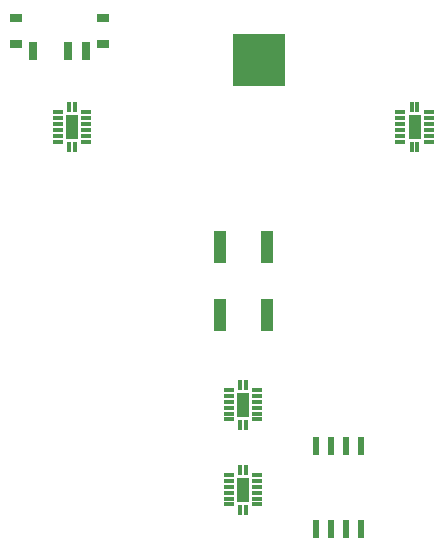
<source format=gbr>
G04 #@! TF.GenerationSoftware,KiCad,Pcbnew,(5.0.0)*
G04 #@! TF.CreationDate,2019-08-28T15:04:53-04:00*
G04 #@! TF.ProjectId,Tiny-er T,54696E792D657220542E6B696361645F,rev?*
G04 #@! TF.SameCoordinates,Original*
G04 #@! TF.FileFunction,Paste,Bot*
G04 #@! TF.FilePolarity,Positive*
%FSLAX46Y46*%
G04 Gerber Fmt 4.6, Leading zero omitted, Abs format (unit mm)*
G04 Created by KiCad (PCBNEW (5.0.0)) date 08/28/19 15:04:53*
%MOMM*%
%LPD*%
G01*
G04 APERTURE LIST*
%ADD10C,0.150000*%
%ADD11C,0.100000*%
%ADD12R,0.600000X1.550000*%
%ADD13R,1.000000X2.750000*%
%ADD14R,4.500000X4.500000*%
%ADD15R,1.000000X2.000000*%
%ADD16R,0.300000X0.850000*%
%ADD17R,0.850000X0.300000*%
%ADD18R,1.000000X0.800000*%
%ADD19R,0.700000X1.500000*%
G04 APERTURE END LIST*
D10*
G04 #@! TO.C,U3*
G36*
X126025000Y-88825000D02*
X126025000Y-88675000D01*
X125375000Y-88675000D01*
X125375000Y-88825000D01*
X126025000Y-88825000D01*
G37*
X126025000Y-88825000D02*
X126025000Y-88675000D01*
X125375000Y-88675000D01*
X125375000Y-88825000D01*
X126025000Y-88825000D01*
G36*
X126025000Y-88325000D02*
X126025000Y-88175000D01*
X125375000Y-88175000D01*
X125375000Y-88325000D01*
X126025000Y-88325000D01*
G37*
X126025000Y-88325000D02*
X126025000Y-88175000D01*
X125375000Y-88175000D01*
X125375000Y-88325000D01*
X126025000Y-88325000D01*
G36*
X126025000Y-87825000D02*
X126025000Y-87675000D01*
X125375000Y-87675000D01*
X125375000Y-87825000D01*
X126025000Y-87825000D01*
G37*
X126025000Y-87825000D02*
X126025000Y-87675000D01*
X125375000Y-87675000D01*
X125375000Y-87825000D01*
X126025000Y-87825000D01*
G36*
X126025000Y-87325000D02*
X126025000Y-87175000D01*
X125375000Y-87175000D01*
X125375000Y-87325000D01*
X126025000Y-87325000D01*
G37*
X126025000Y-87325000D02*
X126025000Y-87175000D01*
X125375000Y-87175000D01*
X125375000Y-87325000D01*
X126025000Y-87325000D01*
G36*
X126025000Y-86825000D02*
X126025000Y-86675000D01*
X125375000Y-86675000D01*
X125375000Y-86825000D01*
X126025000Y-86825000D01*
G37*
X126025000Y-86825000D02*
X126025000Y-86675000D01*
X125375000Y-86675000D01*
X125375000Y-86825000D01*
X126025000Y-86825000D01*
G36*
X126025000Y-86325000D02*
X126025000Y-86175000D01*
X125375000Y-86175000D01*
X125375000Y-86325000D01*
X126025000Y-86325000D01*
G37*
X126025000Y-86325000D02*
X126025000Y-86175000D01*
X125375000Y-86175000D01*
X125375000Y-86325000D01*
X126025000Y-86325000D01*
G36*
X124825000Y-85475000D02*
X124675000Y-85475000D01*
X124675000Y-86125000D01*
X124825000Y-86125000D01*
X124825000Y-85475000D01*
G37*
X124825000Y-85475000D02*
X124675000Y-85475000D01*
X124675000Y-86125000D01*
X124825000Y-86125000D01*
X124825000Y-85475000D01*
G36*
X124325000Y-85475000D02*
X124175000Y-85475000D01*
X124175000Y-86125000D01*
X124325000Y-86125000D01*
X124325000Y-85475000D01*
G37*
X124325000Y-85475000D02*
X124175000Y-85475000D01*
X124175000Y-86125000D01*
X124325000Y-86125000D01*
X124325000Y-85475000D01*
G36*
X123625000Y-86325000D02*
X123625000Y-86175000D01*
X122975000Y-86175000D01*
X122975000Y-86325000D01*
X123625000Y-86325000D01*
G37*
X123625000Y-86325000D02*
X123625000Y-86175000D01*
X122975000Y-86175000D01*
X122975000Y-86325000D01*
X123625000Y-86325000D01*
G36*
X123625000Y-86825000D02*
X123625000Y-86675000D01*
X122975000Y-86675000D01*
X122975000Y-86825000D01*
X123625000Y-86825000D01*
G37*
X123625000Y-86825000D02*
X123625000Y-86675000D01*
X122975000Y-86675000D01*
X122975000Y-86825000D01*
X123625000Y-86825000D01*
G36*
X123625000Y-87325000D02*
X123625000Y-87175000D01*
X122975000Y-87175000D01*
X122975000Y-87325000D01*
X123625000Y-87325000D01*
G37*
X123625000Y-87325000D02*
X123625000Y-87175000D01*
X122975000Y-87175000D01*
X122975000Y-87325000D01*
X123625000Y-87325000D01*
G36*
X123625000Y-87825000D02*
X123625000Y-87675000D01*
X122975000Y-87675000D01*
X122975000Y-87825000D01*
X123625000Y-87825000D01*
G37*
X123625000Y-87825000D02*
X123625000Y-87675000D01*
X122975000Y-87675000D01*
X122975000Y-87825000D01*
X123625000Y-87825000D01*
G36*
X123625000Y-88325000D02*
X123625000Y-88175000D01*
X122975000Y-88175000D01*
X122975000Y-88325000D01*
X123625000Y-88325000D01*
G37*
X123625000Y-88325000D02*
X123625000Y-88175000D01*
X122975000Y-88175000D01*
X122975000Y-88325000D01*
X123625000Y-88325000D01*
G36*
X123625000Y-88825000D02*
X123625000Y-88675000D01*
X122975000Y-88675000D01*
X122975000Y-88825000D01*
X123625000Y-88825000D01*
G37*
X123625000Y-88825000D02*
X123625000Y-88675000D01*
X122975000Y-88675000D01*
X122975000Y-88825000D01*
X123625000Y-88825000D01*
G36*
X124325000Y-88875000D02*
X124175000Y-88875000D01*
X124175000Y-89525000D01*
X124325000Y-89525000D01*
X124325000Y-88875000D01*
G37*
X124325000Y-88875000D02*
X124175000Y-88875000D01*
X124175000Y-89525000D01*
X124325000Y-89525000D01*
X124325000Y-88875000D01*
G36*
X124825000Y-88875000D02*
X124675000Y-88875000D01*
X124675000Y-89525000D01*
X124825000Y-89525000D01*
X124825000Y-88875000D01*
G37*
X124825000Y-88875000D02*
X124675000Y-88875000D01*
X124675000Y-89525000D01*
X124825000Y-89525000D01*
X124825000Y-88875000D01*
D11*
G36*
X124300000Y-86900000D02*
X124300000Y-88100000D01*
X124700000Y-88100000D01*
X124700000Y-86900000D01*
X124300000Y-86900000D01*
G37*
D10*
G04 #@! TO.C,U4*
G36*
X111525000Y-112325000D02*
X111525000Y-112175000D01*
X110875000Y-112175000D01*
X110875000Y-112325000D01*
X111525000Y-112325000D01*
G37*
X111525000Y-112325000D02*
X111525000Y-112175000D01*
X110875000Y-112175000D01*
X110875000Y-112325000D01*
X111525000Y-112325000D01*
G36*
X111525000Y-111825000D02*
X111525000Y-111675000D01*
X110875000Y-111675000D01*
X110875000Y-111825000D01*
X111525000Y-111825000D01*
G37*
X111525000Y-111825000D02*
X111525000Y-111675000D01*
X110875000Y-111675000D01*
X110875000Y-111825000D01*
X111525000Y-111825000D01*
G36*
X111525000Y-111325000D02*
X111525000Y-111175000D01*
X110875000Y-111175000D01*
X110875000Y-111325000D01*
X111525000Y-111325000D01*
G37*
X111525000Y-111325000D02*
X111525000Y-111175000D01*
X110875000Y-111175000D01*
X110875000Y-111325000D01*
X111525000Y-111325000D01*
G36*
X111525000Y-110825000D02*
X111525000Y-110675000D01*
X110875000Y-110675000D01*
X110875000Y-110825000D01*
X111525000Y-110825000D01*
G37*
X111525000Y-110825000D02*
X111525000Y-110675000D01*
X110875000Y-110675000D01*
X110875000Y-110825000D01*
X111525000Y-110825000D01*
G36*
X111525000Y-110325000D02*
X111525000Y-110175000D01*
X110875000Y-110175000D01*
X110875000Y-110325000D01*
X111525000Y-110325000D01*
G37*
X111525000Y-110325000D02*
X111525000Y-110175000D01*
X110875000Y-110175000D01*
X110875000Y-110325000D01*
X111525000Y-110325000D01*
G36*
X111525000Y-109825000D02*
X111525000Y-109675000D01*
X110875000Y-109675000D01*
X110875000Y-109825000D01*
X111525000Y-109825000D01*
G37*
X111525000Y-109825000D02*
X111525000Y-109675000D01*
X110875000Y-109675000D01*
X110875000Y-109825000D01*
X111525000Y-109825000D01*
G36*
X110325000Y-108975000D02*
X110175000Y-108975000D01*
X110175000Y-109625000D01*
X110325000Y-109625000D01*
X110325000Y-108975000D01*
G37*
X110325000Y-108975000D02*
X110175000Y-108975000D01*
X110175000Y-109625000D01*
X110325000Y-109625000D01*
X110325000Y-108975000D01*
G36*
X109825000Y-108975000D02*
X109675000Y-108975000D01*
X109675000Y-109625000D01*
X109825000Y-109625000D01*
X109825000Y-108975000D01*
G37*
X109825000Y-108975000D02*
X109675000Y-108975000D01*
X109675000Y-109625000D01*
X109825000Y-109625000D01*
X109825000Y-108975000D01*
G36*
X109125000Y-109825000D02*
X109125000Y-109675000D01*
X108475000Y-109675000D01*
X108475000Y-109825000D01*
X109125000Y-109825000D01*
G37*
X109125000Y-109825000D02*
X109125000Y-109675000D01*
X108475000Y-109675000D01*
X108475000Y-109825000D01*
X109125000Y-109825000D01*
G36*
X109125000Y-110325000D02*
X109125000Y-110175000D01*
X108475000Y-110175000D01*
X108475000Y-110325000D01*
X109125000Y-110325000D01*
G37*
X109125000Y-110325000D02*
X109125000Y-110175000D01*
X108475000Y-110175000D01*
X108475000Y-110325000D01*
X109125000Y-110325000D01*
G36*
X109125000Y-110825000D02*
X109125000Y-110675000D01*
X108475000Y-110675000D01*
X108475000Y-110825000D01*
X109125000Y-110825000D01*
G37*
X109125000Y-110825000D02*
X109125000Y-110675000D01*
X108475000Y-110675000D01*
X108475000Y-110825000D01*
X109125000Y-110825000D01*
G36*
X109125000Y-111325000D02*
X109125000Y-111175000D01*
X108475000Y-111175000D01*
X108475000Y-111325000D01*
X109125000Y-111325000D01*
G37*
X109125000Y-111325000D02*
X109125000Y-111175000D01*
X108475000Y-111175000D01*
X108475000Y-111325000D01*
X109125000Y-111325000D01*
G36*
X109125000Y-111825000D02*
X109125000Y-111675000D01*
X108475000Y-111675000D01*
X108475000Y-111825000D01*
X109125000Y-111825000D01*
G37*
X109125000Y-111825000D02*
X109125000Y-111675000D01*
X108475000Y-111675000D01*
X108475000Y-111825000D01*
X109125000Y-111825000D01*
G36*
X109125000Y-112325000D02*
X109125000Y-112175000D01*
X108475000Y-112175000D01*
X108475000Y-112325000D01*
X109125000Y-112325000D01*
G37*
X109125000Y-112325000D02*
X109125000Y-112175000D01*
X108475000Y-112175000D01*
X108475000Y-112325000D01*
X109125000Y-112325000D01*
G36*
X109825000Y-112375000D02*
X109675000Y-112375000D01*
X109675000Y-113025000D01*
X109825000Y-113025000D01*
X109825000Y-112375000D01*
G37*
X109825000Y-112375000D02*
X109675000Y-112375000D01*
X109675000Y-113025000D01*
X109825000Y-113025000D01*
X109825000Y-112375000D01*
G36*
X110325000Y-112375000D02*
X110175000Y-112375000D01*
X110175000Y-113025000D01*
X110325000Y-113025000D01*
X110325000Y-112375000D01*
G37*
X110325000Y-112375000D02*
X110175000Y-112375000D01*
X110175000Y-113025000D01*
X110325000Y-113025000D01*
X110325000Y-112375000D01*
D11*
G36*
X109800000Y-110400000D02*
X109800000Y-111600000D01*
X110200000Y-111600000D01*
X110200000Y-110400000D01*
X109800000Y-110400000D01*
G37*
D10*
G04 #@! TO.C,U5*
G36*
X108475000Y-116875000D02*
X108475000Y-117025000D01*
X109125000Y-117025000D01*
X109125000Y-116875000D01*
X108475000Y-116875000D01*
G37*
X108475000Y-116875000D02*
X108475000Y-117025000D01*
X109125000Y-117025000D01*
X109125000Y-116875000D01*
X108475000Y-116875000D01*
G36*
X108475000Y-117375000D02*
X108475000Y-117525000D01*
X109125000Y-117525000D01*
X109125000Y-117375000D01*
X108475000Y-117375000D01*
G37*
X108475000Y-117375000D02*
X108475000Y-117525000D01*
X109125000Y-117525000D01*
X109125000Y-117375000D01*
X108475000Y-117375000D01*
G36*
X108475000Y-117875000D02*
X108475000Y-118025000D01*
X109125000Y-118025000D01*
X109125000Y-117875000D01*
X108475000Y-117875000D01*
G37*
X108475000Y-117875000D02*
X108475000Y-118025000D01*
X109125000Y-118025000D01*
X109125000Y-117875000D01*
X108475000Y-117875000D01*
G36*
X108475000Y-118375000D02*
X108475000Y-118525000D01*
X109125000Y-118525000D01*
X109125000Y-118375000D01*
X108475000Y-118375000D01*
G37*
X108475000Y-118375000D02*
X108475000Y-118525000D01*
X109125000Y-118525000D01*
X109125000Y-118375000D01*
X108475000Y-118375000D01*
G36*
X108475000Y-118875000D02*
X108475000Y-119025000D01*
X109125000Y-119025000D01*
X109125000Y-118875000D01*
X108475000Y-118875000D01*
G37*
X108475000Y-118875000D02*
X108475000Y-119025000D01*
X109125000Y-119025000D01*
X109125000Y-118875000D01*
X108475000Y-118875000D01*
G36*
X108475000Y-119375000D02*
X108475000Y-119525000D01*
X109125000Y-119525000D01*
X109125000Y-119375000D01*
X108475000Y-119375000D01*
G37*
X108475000Y-119375000D02*
X108475000Y-119525000D01*
X109125000Y-119525000D01*
X109125000Y-119375000D01*
X108475000Y-119375000D01*
G36*
X109675000Y-120225000D02*
X109825000Y-120225000D01*
X109825000Y-119575000D01*
X109675000Y-119575000D01*
X109675000Y-120225000D01*
G37*
X109675000Y-120225000D02*
X109825000Y-120225000D01*
X109825000Y-119575000D01*
X109675000Y-119575000D01*
X109675000Y-120225000D01*
G36*
X110175000Y-120225000D02*
X110325000Y-120225000D01*
X110325000Y-119575000D01*
X110175000Y-119575000D01*
X110175000Y-120225000D01*
G37*
X110175000Y-120225000D02*
X110325000Y-120225000D01*
X110325000Y-119575000D01*
X110175000Y-119575000D01*
X110175000Y-120225000D01*
G36*
X110875000Y-119375000D02*
X110875000Y-119525000D01*
X111525000Y-119525000D01*
X111525000Y-119375000D01*
X110875000Y-119375000D01*
G37*
X110875000Y-119375000D02*
X110875000Y-119525000D01*
X111525000Y-119525000D01*
X111525000Y-119375000D01*
X110875000Y-119375000D01*
G36*
X110875000Y-118875000D02*
X110875000Y-119025000D01*
X111525000Y-119025000D01*
X111525000Y-118875000D01*
X110875000Y-118875000D01*
G37*
X110875000Y-118875000D02*
X110875000Y-119025000D01*
X111525000Y-119025000D01*
X111525000Y-118875000D01*
X110875000Y-118875000D01*
G36*
X110875000Y-118375000D02*
X110875000Y-118525000D01*
X111525000Y-118525000D01*
X111525000Y-118375000D01*
X110875000Y-118375000D01*
G37*
X110875000Y-118375000D02*
X110875000Y-118525000D01*
X111525000Y-118525000D01*
X111525000Y-118375000D01*
X110875000Y-118375000D01*
G36*
X110875000Y-117875000D02*
X110875000Y-118025000D01*
X111525000Y-118025000D01*
X111525000Y-117875000D01*
X110875000Y-117875000D01*
G37*
X110875000Y-117875000D02*
X110875000Y-118025000D01*
X111525000Y-118025000D01*
X111525000Y-117875000D01*
X110875000Y-117875000D01*
G36*
X110875000Y-117375000D02*
X110875000Y-117525000D01*
X111525000Y-117525000D01*
X111525000Y-117375000D01*
X110875000Y-117375000D01*
G37*
X110875000Y-117375000D02*
X110875000Y-117525000D01*
X111525000Y-117525000D01*
X111525000Y-117375000D01*
X110875000Y-117375000D01*
G36*
X110875000Y-116875000D02*
X110875000Y-117025000D01*
X111525000Y-117025000D01*
X111525000Y-116875000D01*
X110875000Y-116875000D01*
G37*
X110875000Y-116875000D02*
X110875000Y-117025000D01*
X111525000Y-117025000D01*
X111525000Y-116875000D01*
X110875000Y-116875000D01*
G36*
X110175000Y-116825000D02*
X110325000Y-116825000D01*
X110325000Y-116175000D01*
X110175000Y-116175000D01*
X110175000Y-116825000D01*
G37*
X110175000Y-116825000D02*
X110325000Y-116825000D01*
X110325000Y-116175000D01*
X110175000Y-116175000D01*
X110175000Y-116825000D01*
G36*
X109675000Y-116825000D02*
X109825000Y-116825000D01*
X109825000Y-116175000D01*
X109675000Y-116175000D01*
X109675000Y-116825000D01*
G37*
X109675000Y-116825000D02*
X109825000Y-116825000D01*
X109825000Y-116175000D01*
X109675000Y-116175000D01*
X109675000Y-116825000D01*
D11*
G36*
X110200000Y-118800000D02*
X110200000Y-117600000D01*
X109800000Y-117600000D01*
X109800000Y-118800000D01*
X110200000Y-118800000D01*
G37*
D10*
G04 #@! TO.C,U6*
G36*
X97025000Y-88825000D02*
X97025000Y-88675000D01*
X96375000Y-88675000D01*
X96375000Y-88825000D01*
X97025000Y-88825000D01*
G37*
X97025000Y-88825000D02*
X97025000Y-88675000D01*
X96375000Y-88675000D01*
X96375000Y-88825000D01*
X97025000Y-88825000D01*
G36*
X97025000Y-88325000D02*
X97025000Y-88175000D01*
X96375000Y-88175000D01*
X96375000Y-88325000D01*
X97025000Y-88325000D01*
G37*
X97025000Y-88325000D02*
X97025000Y-88175000D01*
X96375000Y-88175000D01*
X96375000Y-88325000D01*
X97025000Y-88325000D01*
G36*
X97025000Y-87825000D02*
X97025000Y-87675000D01*
X96375000Y-87675000D01*
X96375000Y-87825000D01*
X97025000Y-87825000D01*
G37*
X97025000Y-87825000D02*
X97025000Y-87675000D01*
X96375000Y-87675000D01*
X96375000Y-87825000D01*
X97025000Y-87825000D01*
G36*
X97025000Y-87325000D02*
X97025000Y-87175000D01*
X96375000Y-87175000D01*
X96375000Y-87325000D01*
X97025000Y-87325000D01*
G37*
X97025000Y-87325000D02*
X97025000Y-87175000D01*
X96375000Y-87175000D01*
X96375000Y-87325000D01*
X97025000Y-87325000D01*
G36*
X97025000Y-86825000D02*
X97025000Y-86675000D01*
X96375000Y-86675000D01*
X96375000Y-86825000D01*
X97025000Y-86825000D01*
G37*
X97025000Y-86825000D02*
X97025000Y-86675000D01*
X96375000Y-86675000D01*
X96375000Y-86825000D01*
X97025000Y-86825000D01*
G36*
X97025000Y-86325000D02*
X97025000Y-86175000D01*
X96375000Y-86175000D01*
X96375000Y-86325000D01*
X97025000Y-86325000D01*
G37*
X97025000Y-86325000D02*
X97025000Y-86175000D01*
X96375000Y-86175000D01*
X96375000Y-86325000D01*
X97025000Y-86325000D01*
G36*
X95825000Y-85475000D02*
X95675000Y-85475000D01*
X95675000Y-86125000D01*
X95825000Y-86125000D01*
X95825000Y-85475000D01*
G37*
X95825000Y-85475000D02*
X95675000Y-85475000D01*
X95675000Y-86125000D01*
X95825000Y-86125000D01*
X95825000Y-85475000D01*
G36*
X95325000Y-85475000D02*
X95175000Y-85475000D01*
X95175000Y-86125000D01*
X95325000Y-86125000D01*
X95325000Y-85475000D01*
G37*
X95325000Y-85475000D02*
X95175000Y-85475000D01*
X95175000Y-86125000D01*
X95325000Y-86125000D01*
X95325000Y-85475000D01*
G36*
X94625000Y-86325000D02*
X94625000Y-86175000D01*
X93975000Y-86175000D01*
X93975000Y-86325000D01*
X94625000Y-86325000D01*
G37*
X94625000Y-86325000D02*
X94625000Y-86175000D01*
X93975000Y-86175000D01*
X93975000Y-86325000D01*
X94625000Y-86325000D01*
G36*
X94625000Y-86825000D02*
X94625000Y-86675000D01*
X93975000Y-86675000D01*
X93975000Y-86825000D01*
X94625000Y-86825000D01*
G37*
X94625000Y-86825000D02*
X94625000Y-86675000D01*
X93975000Y-86675000D01*
X93975000Y-86825000D01*
X94625000Y-86825000D01*
G36*
X94625000Y-87325000D02*
X94625000Y-87175000D01*
X93975000Y-87175000D01*
X93975000Y-87325000D01*
X94625000Y-87325000D01*
G37*
X94625000Y-87325000D02*
X94625000Y-87175000D01*
X93975000Y-87175000D01*
X93975000Y-87325000D01*
X94625000Y-87325000D01*
G36*
X94625000Y-87825000D02*
X94625000Y-87675000D01*
X93975000Y-87675000D01*
X93975000Y-87825000D01*
X94625000Y-87825000D01*
G37*
X94625000Y-87825000D02*
X94625000Y-87675000D01*
X93975000Y-87675000D01*
X93975000Y-87825000D01*
X94625000Y-87825000D01*
G36*
X94625000Y-88325000D02*
X94625000Y-88175000D01*
X93975000Y-88175000D01*
X93975000Y-88325000D01*
X94625000Y-88325000D01*
G37*
X94625000Y-88325000D02*
X94625000Y-88175000D01*
X93975000Y-88175000D01*
X93975000Y-88325000D01*
X94625000Y-88325000D01*
G36*
X94625000Y-88825000D02*
X94625000Y-88675000D01*
X93975000Y-88675000D01*
X93975000Y-88825000D01*
X94625000Y-88825000D01*
G37*
X94625000Y-88825000D02*
X94625000Y-88675000D01*
X93975000Y-88675000D01*
X93975000Y-88825000D01*
X94625000Y-88825000D01*
G36*
X95325000Y-88875000D02*
X95175000Y-88875000D01*
X95175000Y-89525000D01*
X95325000Y-89525000D01*
X95325000Y-88875000D01*
G37*
X95325000Y-88875000D02*
X95175000Y-88875000D01*
X95175000Y-89525000D01*
X95325000Y-89525000D01*
X95325000Y-88875000D01*
G36*
X95825000Y-88875000D02*
X95675000Y-88875000D01*
X95675000Y-89525000D01*
X95825000Y-89525000D01*
X95825000Y-88875000D01*
G37*
X95825000Y-88875000D02*
X95675000Y-88875000D01*
X95675000Y-89525000D01*
X95825000Y-89525000D01*
X95825000Y-88875000D01*
D11*
G36*
X95300000Y-86900000D02*
X95300000Y-88100000D01*
X95700000Y-88100000D01*
X95700000Y-86900000D01*
X95300000Y-86900000D01*
G37*
G04 #@! TD*
D12*
G04 #@! TO.C,U1*
X116195000Y-121500000D03*
X117460000Y-121500000D03*
X118730000Y-121500000D03*
X120000000Y-121500000D03*
X120000000Y-114500000D03*
X118730000Y-114500000D03*
X117460000Y-114500000D03*
X116190000Y-114500000D03*
G04 #@! TD*
D13*
G04 #@! TO.C,SW1*
X112000000Y-97620000D03*
X112000000Y-103380000D03*
X108000000Y-103380000D03*
X108000000Y-97620000D03*
G04 #@! TD*
D14*
G04 #@! TO.C,J1*
X111300000Y-81826100D03*
G04 #@! TD*
D15*
G04 #@! TO.C,U3*
X124500000Y-87500000D03*
D16*
X124750000Y-85800000D03*
X124250000Y-85800000D03*
D17*
X123300000Y-86250000D03*
X123300000Y-86750000D03*
X123300000Y-87250000D03*
X123300000Y-87750000D03*
X123300000Y-88250000D03*
X123300000Y-88750000D03*
D16*
X124250000Y-89200000D03*
X124750000Y-89200000D03*
D17*
X125700000Y-88750000D03*
X125700000Y-88250000D03*
X125700000Y-87750000D03*
X125700000Y-87250000D03*
X125700000Y-86750000D03*
X125700000Y-86250000D03*
G04 #@! TD*
D15*
G04 #@! TO.C,U4*
X110000000Y-111000000D03*
D16*
X110250000Y-109300000D03*
X109750000Y-109300000D03*
D17*
X108800000Y-109750000D03*
X108800000Y-110250000D03*
X108800000Y-110750000D03*
X108800000Y-111250000D03*
X108800000Y-111750000D03*
X108800000Y-112250000D03*
D16*
X109750000Y-112700000D03*
X110250000Y-112700000D03*
D17*
X111200000Y-112250000D03*
X111200000Y-111750000D03*
X111200000Y-111250000D03*
X111200000Y-110750000D03*
X111200000Y-110250000D03*
X111200000Y-109750000D03*
G04 #@! TD*
D15*
G04 #@! TO.C,U5*
X110000000Y-118200000D03*
D16*
X109750000Y-119900000D03*
X110250000Y-119900000D03*
D17*
X111200000Y-119450000D03*
X111200000Y-118950000D03*
X111200000Y-118450000D03*
X111200000Y-117950000D03*
X111200000Y-117450000D03*
X111200000Y-116950000D03*
D16*
X110250000Y-116500000D03*
X109750000Y-116500000D03*
D17*
X108800000Y-116950000D03*
X108800000Y-117450000D03*
X108800000Y-117950000D03*
X108800000Y-118450000D03*
X108800000Y-118950000D03*
X108800000Y-119450000D03*
G04 #@! TD*
D15*
G04 #@! TO.C,U6*
X95500000Y-87500000D03*
D16*
X95750000Y-85800000D03*
X95250000Y-85800000D03*
D17*
X94300000Y-86250000D03*
X94300000Y-86750000D03*
X94300000Y-87250000D03*
X94300000Y-87750000D03*
X94300000Y-88250000D03*
X94300000Y-88750000D03*
D16*
X95250000Y-89200000D03*
X95750000Y-89200000D03*
D17*
X96700000Y-88750000D03*
X96700000Y-88250000D03*
X96700000Y-87750000D03*
X96700000Y-87250000D03*
X96700000Y-86750000D03*
X96700000Y-86250000D03*
G04 #@! TD*
D18*
G04 #@! TO.C,POWER0*
X90800000Y-80430000D03*
X98100000Y-80430000D03*
X98100000Y-78220000D03*
X90800000Y-78220000D03*
D19*
X96700000Y-81080000D03*
X95200000Y-81080000D03*
X92200000Y-81080000D03*
G04 #@! TD*
M02*

</source>
